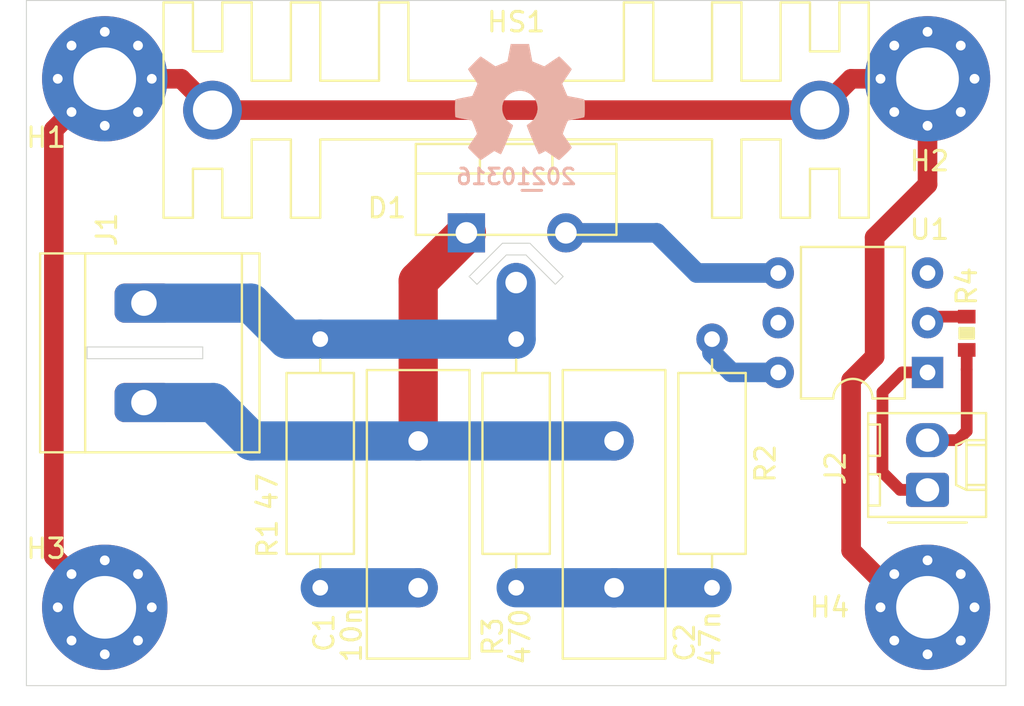
<source format=kicad_pcb>
(kicad_pcb (version 20171130) (host pcbnew 5.1.9-73d0e3b20d~88~ubuntu20.10.1)

  (general
    (thickness 1.6)
    (drawings 16)
    (tracks 46)
    (zones 0)
    (modules 17)
    (nets 13)
  )

  (page A4)
  (layers
    (0 F.Cu signal)
    (31 B.Cu signal)
    (32 B.Adhes user)
    (33 F.Adhes user)
    (34 B.Paste user)
    (35 F.Paste user)
    (36 B.SilkS user)
    (37 F.SilkS user)
    (38 B.Mask user)
    (39 F.Mask user)
    (40 Dwgs.User user)
    (41 Cmts.User user)
    (42 Eco1.User user)
    (43 Eco2.User user)
    (44 Edge.Cuts user)
    (45 Margin user)
    (46 B.CrtYd user)
    (47 F.CrtYd user)
    (48 B.Fab user)
    (49 F.Fab user)
  )

  (setup
    (last_trace_width 1)
    (user_trace_width 0.2)
    (user_trace_width 0.3)
    (user_trace_width 0.4)
    (user_trace_width 0.6)
    (user_trace_width 0.8)
    (user_trace_width 1)
    (user_trace_width 1.2)
    (user_trace_width 1.4)
    (user_trace_width 1.6)
    (user_trace_width 2)
    (trace_clearance 0.2)
    (zone_clearance 0.508)
    (zone_45_only no)
    (trace_min 0.1524)
    (via_size 0.8)
    (via_drill 0.4)
    (via_min_size 0.381)
    (via_min_drill 0.254)
    (user_via 0.4 0.254)
    (user_via 0.5 0.3)
    (user_via 0.6 0.4)
    (user_via 0.8 0.6)
    (user_via 1.1 0.8)
    (user_via 1.3 1)
    (user_via 1.5 1.2)
    (user_via 1.7 1.4)
    (user_via 1.9 1.6)
    (user_via 2.5 2)
    (uvia_size 0.3)
    (uvia_drill 0.1)
    (uvias_allowed no)
    (uvia_min_size 0.2)
    (uvia_min_drill 0.1)
    (edge_width 0.05)
    (segment_width 0.2)
    (pcb_text_width 0.3)
    (pcb_text_size 1.5 1.5)
    (mod_edge_width 0.12)
    (mod_text_size 0.8 0.8)
    (mod_text_width 0.12)
    (pad_size 1.524 1.524)
    (pad_drill 0.762)
    (pad_to_mask_clearance 0.0762)
    (solder_mask_min_width 0.1016)
    (pad_to_paste_clearance_ratio -0.1)
    (aux_axis_origin 0 0)
    (visible_elements FFFFFF7F)
    (pcbplotparams
      (layerselection 0x010fc_ffffffff)
      (usegerberextensions false)
      (usegerberattributes true)
      (usegerberadvancedattributes true)
      (creategerberjobfile true)
      (excludeedgelayer true)
      (linewidth 0.100000)
      (plotframeref false)
      (viasonmask false)
      (mode 1)
      (useauxorigin false)
      (hpglpennumber 1)
      (hpglpenspeed 20)
      (hpglpendiameter 15.000000)
      (psnegative false)
      (psa4output false)
      (plotreference true)
      (plotvalue true)
      (plotinvisibletext false)
      (padsonsilk false)
      (subtractmaskfromsilk false)
      (outputformat 1)
      (mirror false)
      (drillshape 1)
      (scaleselection 1)
      (outputdirectory ""))
  )

  (net 0 "")
  (net 1 "Net-(D1-Pad3)")
  (net 2 Earth)
  (net 3 "Net-(C1-Pad1)")
  (net 4 /LIVE)
  (net 5 /SWITCH)
  (net 6 /LED_C)
  (net 7 /LED_A)
  (net 8 "Net-(R2-Pad1)")
  (net 9 "Net-(R4-Pad1)")
  (net 10 "Net-(U1-Pad3)")
  (net 11 "Net-(U1-Pad5)")
  (net 12 "Net-(C2-Pad1)")

  (net_class Default "This is the default net class."
    (clearance 0.2)
    (trace_width 0.25)
    (via_dia 0.8)
    (via_drill 0.4)
    (uvia_dia 0.3)
    (uvia_drill 0.1)
    (add_net /LED_A)
    (add_net /LED_C)
    (add_net /LIVE)
    (add_net /SWITCH)
    (add_net Earth)
    (add_net "Net-(C1-Pad1)")
    (add_net "Net-(C2-Pad1)")
    (add_net "Net-(D1-Pad3)")
    (add_net "Net-(R2-Pad1)")
    (add_net "Net-(R4-Pad1)")
    (add_net "Net-(U1-Pad3)")
    (add_net "Net-(U1-Pad5)")
  )

  (module SquantorIC:TO-220-3_Vertical_stagger (layer F.Cu) (tedit 605260AB) (tstamp 60531BBC)
    (at 155 85.6)
    (descr "TO-220-3, Vertical, RM 2.54mm stagger all pins")
    (tags "TO-220-3 Vertical RM 2.54mm stagger")
    (path /60512F19)
    (fp_text reference D1 (at -6.6 0) (layer F.SilkS)
      (effects (font (size 1 1) (thickness 0.15)))
    )
    (fp_text value Q_TRIAC_A1A2G (at 0 2.5) (layer F.Fab)
      (effects (font (size 1 1) (thickness 0.15)))
    )
    (fp_text user %R (at 0 -4.27) (layer F.Fab)
      (effects (font (size 1 1) (thickness 0.15)))
    )
    (fp_line (start 5.25 -3.4) (end -5.25 -3.4) (layer F.CrtYd) (width 0.05))
    (fp_line (start 5.25 1.51) (end 5.25 -3.4) (layer F.CrtYd) (width 0.05))
    (fp_line (start -5.25 1.51) (end 5.25 1.51) (layer F.CrtYd) (width 0.05))
    (fp_line (start -5.25 -3.4) (end -5.25 1.51) (layer F.CrtYd) (width 0.05))
    (fp_line (start 1.851 -3.27) (end 1.851 -1.76) (layer F.SilkS) (width 0.12))
    (fp_line (start -1.85 -3.27) (end -1.85 -1.76) (layer F.SilkS) (width 0.12))
    (fp_line (start -5.12 -1.76) (end 5.12 -1.76) (layer F.SilkS) (width 0.12))
    (fp_line (start 5.12 -3.27) (end 5.12 1.371) (layer F.SilkS) (width 0.12))
    (fp_line (start -5.12 -3.27) (end -5.12 1.371) (layer F.SilkS) (width 0.12))
    (fp_line (start -5.12 1.371) (end 5.12 1.371) (layer F.SilkS) (width 0.12))
    (fp_line (start -5.12 -3.27) (end 5.12 -3.27) (layer F.SilkS) (width 0.12))
    (fp_line (start 1.85 -3.15) (end 1.85 -1.88) (layer F.Fab) (width 0.1))
    (fp_line (start -1.85 -3.15) (end -1.85 -1.88) (layer F.Fab) (width 0.1))
    (fp_line (start -5 -1.88) (end 5 -1.88) (layer F.Fab) (width 0.1))
    (fp_line (start 5 -3.15) (end -5 -3.15) (layer F.Fab) (width 0.1))
    (fp_line (start 5 1.25) (end 5 -3.15) (layer F.Fab) (width 0.1))
    (fp_line (start -5 1.25) (end 5 1.25) (layer F.Fab) (width 0.1))
    (fp_line (start -5 -3.15) (end -5 1.25) (layer F.Fab) (width 0.1))
    (pad 3 thru_hole oval (at 2.54 1.27) (size 1.905 2) (drill 1.1) (layers *.Cu *.Mask)
      (net 1 "Net-(D1-Pad3)"))
    (pad 2 thru_hole oval (at 0 3.81) (size 1.905 2) (drill 1.1) (layers *.Cu *.Mask)
      (net 4 /LIVE))
    (pad 1 thru_hole rect (at -2.54 1.27) (size 1.905 2) (drill 1.1) (layers *.Cu *.Mask)
      (net 5 /SWITCH))
    (model ${KISYS3DMOD}/Package_TO_SOT_THT.3dshapes/TO-220-3_Vertical.wrl
      (offset (xyz -2.54 0 0))
      (scale (xyz 1 1 1))
      (rotate (xyz 0 0 0))
    )
  )

  (module Package_DIP:DIP-6_W7.62mm (layer F.Cu) (tedit 5A02E8C5) (tstamp 6052CC22)
    (at 176 94 180)
    (descr "6-lead though-hole mounted DIP package, row spacing 7.62 mm (300 mils)")
    (tags "THT DIP DIL PDIP 2.54mm 7.62mm 300mil")
    (path /6054CA09)
    (fp_text reference U1 (at -0.1 7.3) (layer F.SilkS)
      (effects (font (size 1 1) (thickness 0.15)))
    )
    (fp_text value MOC3021M (at 3.81 7.41) (layer F.Fab)
      (effects (font (size 1 1) (thickness 0.15)))
    )
    (fp_text user %R (at 3.81 2.54) (layer F.Fab)
      (effects (font (size 1 1) (thickness 0.15)))
    )
    (fp_arc (start 3.81 -1.33) (end 2.81 -1.33) (angle -180) (layer F.SilkS) (width 0.12))
    (fp_line (start 1.635 -1.27) (end 6.985 -1.27) (layer F.Fab) (width 0.1))
    (fp_line (start 6.985 -1.27) (end 6.985 6.35) (layer F.Fab) (width 0.1))
    (fp_line (start 6.985 6.35) (end 0.635 6.35) (layer F.Fab) (width 0.1))
    (fp_line (start 0.635 6.35) (end 0.635 -0.27) (layer F.Fab) (width 0.1))
    (fp_line (start 0.635 -0.27) (end 1.635 -1.27) (layer F.Fab) (width 0.1))
    (fp_line (start 2.81 -1.33) (end 1.16 -1.33) (layer F.SilkS) (width 0.12))
    (fp_line (start 1.16 -1.33) (end 1.16 6.41) (layer F.SilkS) (width 0.12))
    (fp_line (start 1.16 6.41) (end 6.46 6.41) (layer F.SilkS) (width 0.12))
    (fp_line (start 6.46 6.41) (end 6.46 -1.33) (layer F.SilkS) (width 0.12))
    (fp_line (start 6.46 -1.33) (end 4.81 -1.33) (layer F.SilkS) (width 0.12))
    (fp_line (start -1.1 -1.55) (end -1.1 6.6) (layer F.CrtYd) (width 0.05))
    (fp_line (start -1.1 6.6) (end 8.7 6.6) (layer F.CrtYd) (width 0.05))
    (fp_line (start 8.7 6.6) (end 8.7 -1.55) (layer F.CrtYd) (width 0.05))
    (fp_line (start 8.7 -1.55) (end -1.1 -1.55) (layer F.CrtYd) (width 0.05))
    (pad 6 thru_hole oval (at 7.62 0 180) (size 1.6 1.6) (drill 0.8) (layers *.Cu *.Mask)
      (net 8 "Net-(R2-Pad1)"))
    (pad 3 thru_hole oval (at 0 5.08 180) (size 1.6 1.6) (drill 0.8) (layers *.Cu *.Mask)
      (net 10 "Net-(U1-Pad3)"))
    (pad 5 thru_hole oval (at 7.62 2.54 180) (size 1.6 1.6) (drill 0.8) (layers *.Cu *.Mask)
      (net 11 "Net-(U1-Pad5)"))
    (pad 2 thru_hole oval (at 0 2.54 180) (size 1.6 1.6) (drill 0.8) (layers *.Cu *.Mask)
      (net 9 "Net-(R4-Pad1)"))
    (pad 4 thru_hole oval (at 7.62 5.08 180) (size 1.6 1.6) (drill 0.8) (layers *.Cu *.Mask)
      (net 1 "Net-(D1-Pad3)"))
    (pad 1 thru_hole rect (at 0 0 180) (size 1.6 1.6) (drill 0.8) (layers *.Cu *.Mask)
      (net 7 /LED_A))
    (model ${KISYS3DMOD}/Package_DIP.3dshapes/DIP-6_W7.62mm.wrl
      (at (xyz 0 0 0))
      (scale (xyz 1 1 1))
      (rotate (xyz 0 0 0))
    )
  )

  (module SquantorRcl:R_0603_hand (layer F.Cu) (tedit 5D440259) (tstamp 6052CC08)
    (at 178 92 270)
    (descr "Resistor SMD 0603, reflow soldering, Vishay (see dcrcw.pdf)")
    (tags "resistor 0603")
    (path /6056E56E)
    (attr smd)
    (fp_text reference R4 (at -2.4 0 90) (layer F.SilkS)
      (effects (font (size 1 1) (thickness 0.15)))
    )
    (fp_text value 1K (at -2.4 0 90) (layer F.Fab)
      (effects (font (size 1 1) (thickness 0.15)))
    )
    (fp_line (start -0.8 0.4) (end -0.8 -0.4) (layer F.Fab) (width 0.1))
    (fp_line (start 0.8 0.4) (end -0.8 0.4) (layer F.Fab) (width 0.1))
    (fp_line (start 0.8 -0.4) (end 0.8 0.4) (layer F.Fab) (width 0.1))
    (fp_line (start -0.8 -0.4) (end 0.8 -0.4) (layer F.Fab) (width 0.1))
    (fp_line (start -1.45 -0.75) (end 1.45 -0.75) (layer F.CrtYd) (width 0.05))
    (fp_line (start -1.45 0.75) (end 1.45 0.75) (layer F.CrtYd) (width 0.05))
    (fp_line (start -1.45 -0.75) (end -1.45 0.75) (layer F.CrtYd) (width 0.05))
    (fp_line (start 1.45 -0.75) (end 1.45 0.75) (layer F.CrtYd) (width 0.05))
    (fp_line (start 0.25 -0.35) (end 0.25 0.35) (layer F.SilkS) (width 0.15))
    (fp_line (start -0.25 0.35) (end -0.25 -0.35) (layer F.SilkS) (width 0.15))
    (fp_line (start -0.25 -0.35) (end 0.25 -0.35) (layer F.SilkS) (width 0.15))
    (fp_line (start 0.25 0.35) (end -0.25 0.35) (layer F.SilkS) (width 0.15))
    (fp_line (start -0.1 0.35) (end -0.1 -0.35) (layer F.SilkS) (width 0.15))
    (fp_line (start -0.1 -0.35) (end 0.1 -0.35) (layer F.SilkS) (width 0.15))
    (fp_line (start 0.1 -0.35) (end 0.1 0.35) (layer F.SilkS) (width 0.15))
    (fp_line (start 0 0.35) (end 0 -0.35) (layer F.SilkS) (width 0.15))
    (pad 2 smd rect (at 0.85 0 270) (size 0.7 0.9) (layers F.Cu F.Paste F.Mask)
      (net 6 /LED_C))
    (pad 1 smd rect (at -0.85 0 270) (size 0.7 0.9) (layers F.Cu F.Paste F.Mask)
      (net 9 "Net-(R4-Pad1)"))
    (model ${KISYS3DMOD}/Resistor_SMD.3dshapes/R_0603_1608Metric.step
      (at (xyz 0 0 0))
      (scale (xyz 1 1 1))
      (rotate (xyz 0 0 0))
    )
  )

  (module Resistor_THT:R_Axial_DIN0309_L9.0mm_D3.2mm_P12.70mm_Horizontal (layer F.Cu) (tedit 5AE5139B) (tstamp 6052CBF2)
    (at 155 92.3 270)
    (descr "Resistor, Axial_DIN0309 series, Axial, Horizontal, pin pitch=12.7mm, 0.5W = 1/2W, length*diameter=9*3.2mm^2, http://cdn-reichelt.de/documents/datenblatt/B400/1_4W%23YAG.pdf")
    (tags "Resistor Axial_DIN0309 series Axial Horizontal pin pitch 12.7mm 0.5W = 1/2W length 9mm diameter 3.2mm")
    (path /605553A8)
    (fp_text reference R3 (at 15.2 1.2 90) (layer F.SilkS)
      (effects (font (size 1 1) (thickness 0.15)))
    )
    (fp_text value 470 (at 15.2 -0.2 90) (layer F.SilkS)
      (effects (font (size 1 1) (thickness 0.15)))
    )
    (fp_text user %R (at 6.35 0 90) (layer F.Fab)
      (effects (font (size 1 1) (thickness 0.15)))
    )
    (fp_line (start 1.85 -1.6) (end 1.85 1.6) (layer F.Fab) (width 0.1))
    (fp_line (start 1.85 1.6) (end 10.85 1.6) (layer F.Fab) (width 0.1))
    (fp_line (start 10.85 1.6) (end 10.85 -1.6) (layer F.Fab) (width 0.1))
    (fp_line (start 10.85 -1.6) (end 1.85 -1.6) (layer F.Fab) (width 0.1))
    (fp_line (start 0 0) (end 1.85 0) (layer F.Fab) (width 0.1))
    (fp_line (start 12.7 0) (end 10.85 0) (layer F.Fab) (width 0.1))
    (fp_line (start 1.73 -1.72) (end 1.73 1.72) (layer F.SilkS) (width 0.12))
    (fp_line (start 1.73 1.72) (end 10.97 1.72) (layer F.SilkS) (width 0.12))
    (fp_line (start 10.97 1.72) (end 10.97 -1.72) (layer F.SilkS) (width 0.12))
    (fp_line (start 10.97 -1.72) (end 1.73 -1.72) (layer F.SilkS) (width 0.12))
    (fp_line (start 1.04 0) (end 1.73 0) (layer F.SilkS) (width 0.12))
    (fp_line (start 11.66 0) (end 10.97 0) (layer F.SilkS) (width 0.12))
    (fp_line (start -1.05 -1.85) (end -1.05 1.85) (layer F.CrtYd) (width 0.05))
    (fp_line (start -1.05 1.85) (end 13.75 1.85) (layer F.CrtYd) (width 0.05))
    (fp_line (start 13.75 1.85) (end 13.75 -1.85) (layer F.CrtYd) (width 0.05))
    (fp_line (start 13.75 -1.85) (end -1.05 -1.85) (layer F.CrtYd) (width 0.05))
    (pad 2 thru_hole oval (at 12.7 0 270) (size 1.6 1.6) (drill 0.8) (layers *.Cu *.Mask)
      (net 12 "Net-(C2-Pad1)"))
    (pad 1 thru_hole circle (at 0 0 270) (size 1.6 1.6) (drill 0.8) (layers *.Cu *.Mask)
      (net 4 /LIVE))
    (model ${KISYS3DMOD}/Resistor_THT.3dshapes/R_Axial_DIN0309_L9.0mm_D3.2mm_P12.70mm_Horizontal.wrl
      (at (xyz 0 0 0))
      (scale (xyz 1 1 1))
      (rotate (xyz 0 0 0))
    )
  )

  (module Resistor_THT:R_Axial_DIN0309_L9.0mm_D3.2mm_P12.70mm_Horizontal (layer F.Cu) (tedit 5AE5139B) (tstamp 6052CBDB)
    (at 165 92.3 270)
    (descr "Resistor, Axial_DIN0309 series, Axial, Horizontal, pin pitch=12.7mm, 0.5W = 1/2W, length*diameter=9*3.2mm^2, http://cdn-reichelt.de/documents/datenblatt/B400/1_4W%23YAG.pdf")
    (tags "Resistor Axial_DIN0309 series Axial Horizontal pin pitch 12.7mm 0.5W = 1/2W length 9mm diameter 3.2mm")
    (path /60554608)
    (fp_text reference R2 (at 6.35 -2.72 90) (layer F.SilkS)
      (effects (font (size 1 1) (thickness 0.15)))
    )
    (fp_text value 330 (at 6.35 -4.2 90) (layer F.Fab)
      (effects (font (size 1 1) (thickness 0.15)))
    )
    (fp_text user %R (at 6.35 0 90) (layer F.Fab)
      (effects (font (size 1 1) (thickness 0.15)))
    )
    (fp_line (start 1.85 -1.6) (end 1.85 1.6) (layer F.Fab) (width 0.1))
    (fp_line (start 1.85 1.6) (end 10.85 1.6) (layer F.Fab) (width 0.1))
    (fp_line (start 10.85 1.6) (end 10.85 -1.6) (layer F.Fab) (width 0.1))
    (fp_line (start 10.85 -1.6) (end 1.85 -1.6) (layer F.Fab) (width 0.1))
    (fp_line (start 0 0) (end 1.85 0) (layer F.Fab) (width 0.1))
    (fp_line (start 12.7 0) (end 10.85 0) (layer F.Fab) (width 0.1))
    (fp_line (start 1.73 -1.72) (end 1.73 1.72) (layer F.SilkS) (width 0.12))
    (fp_line (start 1.73 1.72) (end 10.97 1.72) (layer F.SilkS) (width 0.12))
    (fp_line (start 10.97 1.72) (end 10.97 -1.72) (layer F.SilkS) (width 0.12))
    (fp_line (start 10.97 -1.72) (end 1.73 -1.72) (layer F.SilkS) (width 0.12))
    (fp_line (start 1.04 0) (end 1.73 0) (layer F.SilkS) (width 0.12))
    (fp_line (start 11.66 0) (end 10.97 0) (layer F.SilkS) (width 0.12))
    (fp_line (start -1.05 -1.85) (end -1.05 1.85) (layer F.CrtYd) (width 0.05))
    (fp_line (start -1.05 1.85) (end 13.75 1.85) (layer F.CrtYd) (width 0.05))
    (fp_line (start 13.75 1.85) (end 13.75 -1.85) (layer F.CrtYd) (width 0.05))
    (fp_line (start 13.75 -1.85) (end -1.05 -1.85) (layer F.CrtYd) (width 0.05))
    (pad 2 thru_hole oval (at 12.7 0 270) (size 1.6 1.6) (drill 0.8) (layers *.Cu *.Mask)
      (net 12 "Net-(C2-Pad1)"))
    (pad 1 thru_hole circle (at 0 0 270) (size 1.6 1.6) (drill 0.8) (layers *.Cu *.Mask)
      (net 8 "Net-(R2-Pad1)"))
    (model ${KISYS3DMOD}/Resistor_THT.3dshapes/R_Axial_DIN0309_L9.0mm_D3.2mm_P12.70mm_Horizontal.wrl
      (at (xyz 0 0 0))
      (scale (xyz 1 1 1))
      (rotate (xyz 0 0 0))
    )
  )

  (module Connector_Molex:Molex_KK-254_AE-6410-02A_1x02_P2.54mm_Vertical (layer F.Cu) (tedit 5EA53D3B) (tstamp 6052CB88)
    (at 176 100 90)
    (descr "Molex KK-254 Interconnect System, old/engineering part number: AE-6410-02A example for new part number: 22-27-2021, 2 Pins (http://www.molex.com/pdm_docs/sd/022272021_sd.pdf), generated with kicad-footprint-generator")
    (tags "connector Molex KK-254 vertical")
    (path /60563112)
    (fp_text reference J2 (at 1.1 -4.7 90) (layer F.SilkS)
      (effects (font (size 1 1) (thickness 0.15)))
    )
    (fp_text value Conn_01x02 (at 1.27 4.08 90) (layer F.Fab)
      (effects (font (size 1 1) (thickness 0.15)))
    )
    (fp_text user %R (at 1.27 -2.22 90) (layer F.Fab)
      (effects (font (size 1 1) (thickness 0.15)))
    )
    (fp_line (start -1.27 -2.92) (end -1.27 2.88) (layer F.Fab) (width 0.1))
    (fp_line (start -1.27 2.88) (end 3.81 2.88) (layer F.Fab) (width 0.1))
    (fp_line (start 3.81 2.88) (end 3.81 -2.92) (layer F.Fab) (width 0.1))
    (fp_line (start 3.81 -2.92) (end -1.27 -2.92) (layer F.Fab) (width 0.1))
    (fp_line (start -1.38 -3.03) (end -1.38 2.99) (layer F.SilkS) (width 0.12))
    (fp_line (start -1.38 2.99) (end 3.92 2.99) (layer F.SilkS) (width 0.12))
    (fp_line (start 3.92 2.99) (end 3.92 -3.03) (layer F.SilkS) (width 0.12))
    (fp_line (start 3.92 -3.03) (end -1.38 -3.03) (layer F.SilkS) (width 0.12))
    (fp_line (start -1.67 -2) (end -1.67 2) (layer F.SilkS) (width 0.12))
    (fp_line (start -1.27 -0.5) (end -0.562893 0) (layer F.Fab) (width 0.1))
    (fp_line (start -0.562893 0) (end -1.27 0.5) (layer F.Fab) (width 0.1))
    (fp_line (start 0 2.99) (end 0 1.99) (layer F.SilkS) (width 0.12))
    (fp_line (start 0 1.99) (end 2.54 1.99) (layer F.SilkS) (width 0.12))
    (fp_line (start 2.54 1.99) (end 2.54 2.99) (layer F.SilkS) (width 0.12))
    (fp_line (start 0 1.99) (end 0.25 1.46) (layer F.SilkS) (width 0.12))
    (fp_line (start 0.25 1.46) (end 2.29 1.46) (layer F.SilkS) (width 0.12))
    (fp_line (start 2.29 1.46) (end 2.54 1.99) (layer F.SilkS) (width 0.12))
    (fp_line (start 0.25 2.99) (end 0.25 1.99) (layer F.SilkS) (width 0.12))
    (fp_line (start 2.29 2.99) (end 2.29 1.99) (layer F.SilkS) (width 0.12))
    (fp_line (start -0.8 -3.03) (end -0.8 -2.43) (layer F.SilkS) (width 0.12))
    (fp_line (start -0.8 -2.43) (end 0.8 -2.43) (layer F.SilkS) (width 0.12))
    (fp_line (start 0.8 -2.43) (end 0.8 -3.03) (layer F.SilkS) (width 0.12))
    (fp_line (start 1.74 -3.03) (end 1.74 -2.43) (layer F.SilkS) (width 0.12))
    (fp_line (start 1.74 -2.43) (end 3.34 -2.43) (layer F.SilkS) (width 0.12))
    (fp_line (start 3.34 -2.43) (end 3.34 -3.03) (layer F.SilkS) (width 0.12))
    (fp_line (start -1.77 -3.42) (end -1.77 3.38) (layer F.CrtYd) (width 0.05))
    (fp_line (start -1.77 3.38) (end 4.31 3.38) (layer F.CrtYd) (width 0.05))
    (fp_line (start 4.31 3.38) (end 4.31 -3.42) (layer F.CrtYd) (width 0.05))
    (fp_line (start 4.31 -3.42) (end -1.77 -3.42) (layer F.CrtYd) (width 0.05))
    (pad 2 thru_hole oval (at 2.54 0 90) (size 1.74 2.19) (drill 1.19) (layers *.Cu *.Mask)
      (net 6 /LED_C))
    (pad 1 thru_hole roundrect (at 0 0 90) (size 1.74 2.19) (drill 1.19) (layers *.Cu *.Mask) (roundrect_rratio 0.143678)
      (net 7 /LED_A))
    (model ${KISYS3DMOD}/Connector_Molex.3dshapes/Molex_KK-254_AE-6410-02A_1x02_P2.54mm_Vertical.wrl
      (at (xyz 0 0 0))
      (scale (xyz 1 1 1))
      (rotate (xyz 0 0 0))
    )
  )

  (module Capacitor_THT:C_Disc_D14.5mm_W5.0mm_P7.50mm (layer F.Cu) (tedit 5AE50EF0) (tstamp 6052CA26)
    (at 160 105 90)
    (descr "C, Disc series, Radial, pin pitch=7.50mm, , diameter*width=14.5*5.0mm^2, Capacitor, http://www.vishay.com/docs/28535/vy2series.pdf")
    (tags "C Disc series Radial pin pitch 7.50mm  diameter 14.5mm width 5.0mm Capacitor")
    (path /6055B041)
    (fp_text reference C2 (at -2.8 3.6 90) (layer F.SilkS)
      (effects (font (size 1 1) (thickness 0.15)))
    )
    (fp_text value 47n (at -2.6 4.9 90) (layer F.SilkS)
      (effects (font (size 1 1) (thickness 0.15)))
    )
    (fp_text user %R (at 3.75 0 90) (layer F.Fab)
      (effects (font (size 1 1) (thickness 0.15)))
    )
    (fp_line (start -3.5 -2.5) (end -3.5 2.5) (layer F.Fab) (width 0.1))
    (fp_line (start -3.5 2.5) (end 11 2.5) (layer F.Fab) (width 0.1))
    (fp_line (start 11 2.5) (end 11 -2.5) (layer F.Fab) (width 0.1))
    (fp_line (start 11 -2.5) (end -3.5 -2.5) (layer F.Fab) (width 0.1))
    (fp_line (start -3.62 -2.62) (end 11.12 -2.62) (layer F.SilkS) (width 0.12))
    (fp_line (start -3.62 2.62) (end 11.12 2.62) (layer F.SilkS) (width 0.12))
    (fp_line (start -3.62 -2.62) (end -3.62 2.62) (layer F.SilkS) (width 0.12))
    (fp_line (start 11.12 -2.62) (end 11.12 2.62) (layer F.SilkS) (width 0.12))
    (fp_line (start -3.75 -2.75) (end -3.75 2.75) (layer F.CrtYd) (width 0.05))
    (fp_line (start -3.75 2.75) (end 11.25 2.75) (layer F.CrtYd) (width 0.05))
    (fp_line (start 11.25 2.75) (end 11.25 -2.75) (layer F.CrtYd) (width 0.05))
    (fp_line (start 11.25 -2.75) (end -3.75 -2.75) (layer F.CrtYd) (width 0.05))
    (pad 2 thru_hole circle (at 7.5 0 90) (size 2 2) (drill 1) (layers *.Cu *.Mask)
      (net 5 /SWITCH))
    (pad 1 thru_hole circle (at 0 0 90) (size 2 2) (drill 1) (layers *.Cu *.Mask)
      (net 12 "Net-(C2-Pad1)"))
    (model ${KISYS3DMOD}/Capacitor_THT.3dshapes/C_Disc_D14.5mm_W5.0mm_P7.50mm.wrl
      (at (xyz 0 0 0))
      (scale (xyz 1 1 1))
      (rotate (xyz 0 0 0))
    )
  )

  (module SquantorPhoenixContact:MKDS_2conn_508pitch_1711725 (layer F.Cu) (tedit 60524F92) (tstamp 6052C1F7)
    (at 136 93 270)
    (descr "Phoenix Contact 2 contact PCB terminal block - MKDS 3/ 2-5,08 - 1711725 ")
    (tags "PhoenixContact 2connections MKDS")
    (path /6053EF2C)
    (fp_text reference J1 (at -6.3 1.9 90) (layer F.SilkS)
      (effects (font (size 1 1) (thickness 0.15)))
    )
    (fp_text value Conn_01x02 (at 0 6.5 90) (layer F.Fab)
      (effects (font (size 1 1) (thickness 0.15)))
    )
    (fp_line (start -5.08 -5) (end 5.08 -5) (layer F.Fab) (width 0.12))
    (fp_line (start -5.08 3) (end 5.08 3) (layer F.Fab) (width 0.12))
    (fp_line (start -5.08 5.3) (end 5.08 5.3) (layer F.Fab) (width 0.12))
    (fp_line (start -5.08 -5.9) (end -5.08 5.3) (layer F.Fab) (width 0.12))
    (fp_line (start 5.08 -5.9) (end -5.08 -5.9) (layer F.Fab) (width 0.12))
    (fp_line (start 5.08 5.3) (end 5.08 -5.9) (layer F.Fab) (width 0.12))
    (fp_line (start 5.08 -5.9) (end -5.08 -5.9) (layer F.SilkS) (width 0.12))
    (fp_line (start -5.08 -5.9) (end -5.08 5.3) (layer F.SilkS) (width 0.12))
    (fp_line (start -5.08 -5) (end 5.08 -5) (layer F.SilkS) (width 0.12))
    (fp_line (start -5.08 3) (end 5.08 3) (layer F.SilkS) (width 0.12))
    (fp_line (start 5.08 5.3) (end 5.08 -5.9) (layer F.SilkS) (width 0.12))
    (fp_line (start -5.08 5.3) (end 5.08 5.3) (layer F.SilkS) (width 0.12))
    (pad 2 thru_hole roundrect (at 2.54 0 270) (size 2 3) (drill 1.3) (layers *.Cu *.Mask) (roundrect_rratio 0.25)
      (net 5 /SWITCH))
    (pad 1 thru_hole roundrect (at -2.54 0 270) (size 2 3) (drill 1.3) (layers *.Cu *.Mask) (roundrect_rratio 0.25)
      (net 4 /LIVE))
  )

  (module Resistor_THT:R_Axial_DIN0309_L9.0mm_D3.2mm_P12.70mm_Horizontal (layer F.Cu) (tedit 5AE5139B) (tstamp 6052BDD0)
    (at 145 92.3 270)
    (descr "Resistor, Axial_DIN0309 series, Axial, Horizontal, pin pitch=12.7mm, 0.5W = 1/2W, length*diameter=9*3.2mm^2, http://cdn-reichelt.de/documents/datenblatt/B400/1_4W%23YAG.pdf")
    (tags "Resistor Axial_DIN0309 series Axial Horizontal pin pitch 12.7mm 0.5W = 1/2W length 9mm diameter 3.2mm")
    (path /60527D06)
    (fp_text reference R1 (at 10.2 2.7 90) (layer F.SilkS)
      (effects (font (size 1 1) (thickness 0.15)))
    )
    (fp_text value 47 (at 7.8 2.7 90) (layer F.SilkS)
      (effects (font (size 1 1) (thickness 0.15)))
    )
    (fp_text user %R (at 6.35 0 90) (layer F.Fab)
      (effects (font (size 1 1) (thickness 0.15)))
    )
    (fp_line (start 1.85 -1.6) (end 1.85 1.6) (layer F.Fab) (width 0.1))
    (fp_line (start 1.85 1.6) (end 10.85 1.6) (layer F.Fab) (width 0.1))
    (fp_line (start 10.85 1.6) (end 10.85 -1.6) (layer F.Fab) (width 0.1))
    (fp_line (start 10.85 -1.6) (end 1.85 -1.6) (layer F.Fab) (width 0.1))
    (fp_line (start 0 0) (end 1.85 0) (layer F.Fab) (width 0.1))
    (fp_line (start 12.7 0) (end 10.85 0) (layer F.Fab) (width 0.1))
    (fp_line (start 1.73 -1.72) (end 1.73 1.72) (layer F.SilkS) (width 0.12))
    (fp_line (start 1.73 1.72) (end 10.97 1.72) (layer F.SilkS) (width 0.12))
    (fp_line (start 10.97 1.72) (end 10.97 -1.72) (layer F.SilkS) (width 0.12))
    (fp_line (start 10.97 -1.72) (end 1.73 -1.72) (layer F.SilkS) (width 0.12))
    (fp_line (start 1.04 0) (end 1.73 0) (layer F.SilkS) (width 0.12))
    (fp_line (start 11.66 0) (end 10.97 0) (layer F.SilkS) (width 0.12))
    (fp_line (start -1.05 -1.85) (end -1.05 1.85) (layer F.CrtYd) (width 0.05))
    (fp_line (start -1.05 1.85) (end 13.75 1.85) (layer F.CrtYd) (width 0.05))
    (fp_line (start 13.75 1.85) (end 13.75 -1.85) (layer F.CrtYd) (width 0.05))
    (fp_line (start 13.75 -1.85) (end -1.05 -1.85) (layer F.CrtYd) (width 0.05))
    (pad 2 thru_hole oval (at 12.7 0 270) (size 1.6 1.6) (drill 0.8) (layers *.Cu *.Mask)
      (net 3 "Net-(C1-Pad1)"))
    (pad 1 thru_hole circle (at 0 0 270) (size 1.6 1.6) (drill 0.8) (layers *.Cu *.Mask)
      (net 4 /LIVE))
    (model ${KISYS3DMOD}/Resistor_THT.3dshapes/R_Axial_DIN0309_L9.0mm_D3.2mm_P12.70mm_Horizontal.wrl
      (at (xyz 0 0 0))
      (scale (xyz 1 1 1))
      (rotate (xyz 0 0 0))
    )
  )

  (module Capacitor_THT:C_Disc_D14.5mm_W5.0mm_P7.50mm (layer F.Cu) (tedit 5AE50EF0) (tstamp 6052BC7A)
    (at 150 105 90)
    (descr "C, Disc series, Radial, pin pitch=7.50mm, , diameter*width=14.5*5.0mm^2, Capacitor, http://www.vishay.com/docs/28535/vy2series.pdf")
    (tags "C Disc series Radial pin pitch 7.50mm  diameter 14.5mm width 5.0mm Capacitor")
    (path /60534759)
    (fp_text reference C1 (at -2.3 -4.8 90) (layer F.SilkS)
      (effects (font (size 1 1) (thickness 0.15)))
    )
    (fp_text value 10n (at -2.4 -3.4 90) (layer F.SilkS)
      (effects (font (size 1 1) (thickness 0.15)))
    )
    (fp_text user %R (at 3.75 0 90) (layer F.Fab)
      (effects (font (size 1 1) (thickness 0.15)))
    )
    (fp_line (start -3.5 -2.5) (end -3.5 2.5) (layer F.Fab) (width 0.1))
    (fp_line (start -3.5 2.5) (end 11 2.5) (layer F.Fab) (width 0.1))
    (fp_line (start 11 2.5) (end 11 -2.5) (layer F.Fab) (width 0.1))
    (fp_line (start 11 -2.5) (end -3.5 -2.5) (layer F.Fab) (width 0.1))
    (fp_line (start -3.62 -2.62) (end 11.12 -2.62) (layer F.SilkS) (width 0.12))
    (fp_line (start -3.62 2.62) (end 11.12 2.62) (layer F.SilkS) (width 0.12))
    (fp_line (start -3.62 -2.62) (end -3.62 2.62) (layer F.SilkS) (width 0.12))
    (fp_line (start 11.12 -2.62) (end 11.12 2.62) (layer F.SilkS) (width 0.12))
    (fp_line (start -3.75 -2.75) (end -3.75 2.75) (layer F.CrtYd) (width 0.05))
    (fp_line (start -3.75 2.75) (end 11.25 2.75) (layer F.CrtYd) (width 0.05))
    (fp_line (start 11.25 2.75) (end 11.25 -2.75) (layer F.CrtYd) (width 0.05))
    (fp_line (start 11.25 -2.75) (end -3.75 -2.75) (layer F.CrtYd) (width 0.05))
    (pad 2 thru_hole circle (at 7.5 0 90) (size 2 2) (drill 1) (layers *.Cu *.Mask)
      (net 5 /SWITCH))
    (pad 1 thru_hole circle (at 0 0 90) (size 2 2) (drill 1) (layers *.Cu *.Mask)
      (net 3 "Net-(C1-Pad1)"))
    (model ${KISYS3DMOD}/Capacitor_THT.3dshapes/C_Disc_D14.5mm_W5.0mm_P7.50mm.wrl
      (at (xyz 0 0 0))
      (scale (xyz 1 1 1))
      (rotate (xyz 0 0 0))
    )
  )

  (module MountingHole:MountingHole_3.2mm_M3_Pad_Via (layer F.Cu) (tedit 56DDBCCA) (tstamp 6051A860)
    (at 176 106)
    (descr "Mounting Hole 3.2mm, M3")
    (tags "mounting hole 3.2mm m3")
    (path /6051D190)
    (attr virtual)
    (fp_text reference H4 (at -5 0) (layer F.SilkS)
      (effects (font (size 1 1) (thickness 0.15)))
    )
    (fp_text value M3 (at -5 0) (layer F.Fab)
      (effects (font (size 1 1) (thickness 0.15)))
    )
    (fp_circle (center 0 0) (end 3.45 0) (layer F.CrtYd) (width 0.05))
    (fp_circle (center 0 0) (end 3.2 0) (layer Cmts.User) (width 0.15))
    (fp_text user %R (at 0.3 0) (layer F.Fab)
      (effects (font (size 1 1) (thickness 0.15)))
    )
    (pad 1 thru_hole circle (at 1.697056 -1.697056) (size 0.8 0.8) (drill 0.5) (layers *.Cu *.Mask)
      (net 2 Earth))
    (pad 1 thru_hole circle (at 0 -2.4) (size 0.8 0.8) (drill 0.5) (layers *.Cu *.Mask)
      (net 2 Earth))
    (pad 1 thru_hole circle (at -1.697056 -1.697056) (size 0.8 0.8) (drill 0.5) (layers *.Cu *.Mask)
      (net 2 Earth))
    (pad 1 thru_hole circle (at -2.4 0) (size 0.8 0.8) (drill 0.5) (layers *.Cu *.Mask)
      (net 2 Earth))
    (pad 1 thru_hole circle (at -1.697056 1.697056) (size 0.8 0.8) (drill 0.5) (layers *.Cu *.Mask)
      (net 2 Earth))
    (pad 1 thru_hole circle (at 0 2.4) (size 0.8 0.8) (drill 0.5) (layers *.Cu *.Mask)
      (net 2 Earth))
    (pad 1 thru_hole circle (at 1.697056 1.697056) (size 0.8 0.8) (drill 0.5) (layers *.Cu *.Mask)
      (net 2 Earth))
    (pad 1 thru_hole circle (at 2.4 0) (size 0.8 0.8) (drill 0.5) (layers *.Cu *.Mask)
      (net 2 Earth))
    (pad 1 thru_hole circle (at 0 0) (size 6.4 6.4) (drill 3.2) (layers *.Cu *.Mask)
      (net 2 Earth))
  )

  (module MountingHole:MountingHole_3.2mm_M3_Pad_Via (layer F.Cu) (tedit 56DDBCCA) (tstamp 6051A554)
    (at 134 106)
    (descr "Mounting Hole 3.2mm, M3")
    (tags "mounting hole 3.2mm m3")
    (path /605196FE)
    (attr virtual)
    (fp_text reference H3 (at -3 -3) (layer F.SilkS)
      (effects (font (size 1 1) (thickness 0.15)))
    )
    (fp_text value M3 (at 0 4.2) (layer F.Fab)
      (effects (font (size 1 1) (thickness 0.15)))
    )
    (fp_circle (center 0 0) (end 3.45 0) (layer F.CrtYd) (width 0.05))
    (fp_circle (center 0 0) (end 3.2 0) (layer Cmts.User) (width 0.15))
    (fp_text user %R (at 0.3 0) (layer F.Fab)
      (effects (font (size 1 1) (thickness 0.15)))
    )
    (pad 1 thru_hole circle (at 1.697056 -1.697056) (size 0.8 0.8) (drill 0.5) (layers *.Cu *.Mask)
      (net 2 Earth))
    (pad 1 thru_hole circle (at 0 -2.4) (size 0.8 0.8) (drill 0.5) (layers *.Cu *.Mask)
      (net 2 Earth))
    (pad 1 thru_hole circle (at -1.697056 -1.697056) (size 0.8 0.8) (drill 0.5) (layers *.Cu *.Mask)
      (net 2 Earth))
    (pad 1 thru_hole circle (at -2.4 0) (size 0.8 0.8) (drill 0.5) (layers *.Cu *.Mask)
      (net 2 Earth))
    (pad 1 thru_hole circle (at -1.697056 1.697056) (size 0.8 0.8) (drill 0.5) (layers *.Cu *.Mask)
      (net 2 Earth))
    (pad 1 thru_hole circle (at 0 2.4) (size 0.8 0.8) (drill 0.5) (layers *.Cu *.Mask)
      (net 2 Earth))
    (pad 1 thru_hole circle (at 1.697056 1.697056) (size 0.8 0.8) (drill 0.5) (layers *.Cu *.Mask)
      (net 2 Earth))
    (pad 1 thru_hole circle (at 2.4 0) (size 0.8 0.8) (drill 0.5) (layers *.Cu *.Mask)
      (net 2 Earth))
    (pad 1 thru_hole circle (at 0 0) (size 6.4 6.4) (drill 3.2) (layers *.Cu *.Mask)
      (net 2 Earth))
  )

  (module MountingHole:MountingHole_3.2mm_M3_Pad_Via (layer F.Cu) (tedit 56DDBCCA) (tstamp 6051A544)
    (at 176 79)
    (descr "Mounting Hole 3.2mm, M3")
    (tags "mounting hole 3.2mm m3")
    (path /6051928A)
    (attr virtual)
    (fp_text reference H2 (at 0.1 4.2) (layer F.SilkS)
      (effects (font (size 1 1) (thickness 0.15)))
    )
    (fp_text value M3 (at 0 4.2) (layer F.Fab)
      (effects (font (size 1 1) (thickness 0.15)))
    )
    (fp_circle (center 0 0) (end 3.45 0) (layer F.CrtYd) (width 0.05))
    (fp_circle (center 0 0) (end 3.2 0) (layer Cmts.User) (width 0.15))
    (fp_text user %R (at 0.3 0) (layer F.Fab)
      (effects (font (size 1 1) (thickness 0.15)))
    )
    (pad 1 thru_hole circle (at 1.697056 -1.697056) (size 0.8 0.8) (drill 0.5) (layers *.Cu *.Mask)
      (net 2 Earth))
    (pad 1 thru_hole circle (at 0 -2.4) (size 0.8 0.8) (drill 0.5) (layers *.Cu *.Mask)
      (net 2 Earth))
    (pad 1 thru_hole circle (at -1.697056 -1.697056) (size 0.8 0.8) (drill 0.5) (layers *.Cu *.Mask)
      (net 2 Earth))
    (pad 1 thru_hole circle (at -2.4 0) (size 0.8 0.8) (drill 0.5) (layers *.Cu *.Mask)
      (net 2 Earth))
    (pad 1 thru_hole circle (at -1.697056 1.697056) (size 0.8 0.8) (drill 0.5) (layers *.Cu *.Mask)
      (net 2 Earth))
    (pad 1 thru_hole circle (at 0 2.4) (size 0.8 0.8) (drill 0.5) (layers *.Cu *.Mask)
      (net 2 Earth))
    (pad 1 thru_hole circle (at 1.697056 1.697056) (size 0.8 0.8) (drill 0.5) (layers *.Cu *.Mask)
      (net 2 Earth))
    (pad 1 thru_hole circle (at 2.4 0) (size 0.8 0.8) (drill 0.5) (layers *.Cu *.Mask)
      (net 2 Earth))
    (pad 1 thru_hole circle (at 0 0) (size 6.4 6.4) (drill 3.2) (layers *.Cu *.Mask)
      (net 2 Earth))
  )

  (module MountingHole:MountingHole_3.2mm_M3_Pad_Via (layer F.Cu) (tedit 56DDBCCA) (tstamp 6051A534)
    (at 134 79)
    (descr "Mounting Hole 3.2mm, M3")
    (tags "mounting hole 3.2mm m3")
    (path /605166AC)
    (attr virtual)
    (fp_text reference H1 (at -3 3) (layer F.SilkS)
      (effects (font (size 1 1) (thickness 0.15)))
    )
    (fp_text value M3 (at 0 4.2) (layer F.Fab)
      (effects (font (size 1 1) (thickness 0.15)))
    )
    (fp_circle (center 0 0) (end 3.45 0) (layer F.CrtYd) (width 0.05))
    (fp_circle (center 0 0) (end 3.2 0) (layer Cmts.User) (width 0.15))
    (fp_text user %R (at 0.3 0) (layer F.Fab)
      (effects (font (size 1 1) (thickness 0.15)))
    )
    (pad 1 thru_hole circle (at 1.697056 -1.697056) (size 0.8 0.8) (drill 0.5) (layers *.Cu *.Mask)
      (net 2 Earth))
    (pad 1 thru_hole circle (at 0 -2.4) (size 0.8 0.8) (drill 0.5) (layers *.Cu *.Mask)
      (net 2 Earth))
    (pad 1 thru_hole circle (at -1.697056 -1.697056) (size 0.8 0.8) (drill 0.5) (layers *.Cu *.Mask)
      (net 2 Earth))
    (pad 1 thru_hole circle (at -2.4 0) (size 0.8 0.8) (drill 0.5) (layers *.Cu *.Mask)
      (net 2 Earth))
    (pad 1 thru_hole circle (at -1.697056 1.697056) (size 0.8 0.8) (drill 0.5) (layers *.Cu *.Mask)
      (net 2 Earth))
    (pad 1 thru_hole circle (at 0 2.4) (size 0.8 0.8) (drill 0.5) (layers *.Cu *.Mask)
      (net 2 Earth))
    (pad 1 thru_hole circle (at 1.697056 1.697056) (size 0.8 0.8) (drill 0.5) (layers *.Cu *.Mask)
      (net 2 Earth))
    (pad 1 thru_hole circle (at 2.4 0) (size 0.8 0.8) (drill 0.5) (layers *.Cu *.Mask)
      (net 2 Earth))
    (pad 1 thru_hole circle (at 0 0) (size 6.4 6.4) (drill 3.2) (layers *.Cu *.Mask)
      (net 2 Earth))
  )

  (module SquantorHeatsink:XSD683-022 (layer F.Cu) (tedit 6051312D) (tstamp 6052FA04)
    (at 155 80.6)
    (descr "Heatsink XSD683-022 35*11*25mm")
    (tags "Heatsink XSD683-022")
    (path /605140D5)
    (fp_text reference HS1 (at 0 -4.5) (layer F.SilkS)
      (effects (font (size 1 1) (thickness 0.15)))
    )
    (fp_text value XSD683-022 (at 0 3.6) (layer F.Fab)
      (effects (font (size 1 1) (thickness 0.15)))
    )
    (fp_line (start 13.5 1.5) (end 11.5 1.5) (layer F.SilkS) (width 0.12))
    (fp_line (start 18 5.5) (end 16.5 5.5) (layer F.SilkS) (width 0.12))
    (fp_line (start 15 3) (end 15 5.5) (layer F.SilkS) (width 0.12))
    (fp_line (start 16.5 3) (end 15 3) (layer F.SilkS) (width 0.12))
    (fp_line (start 13.5 5.5) (end 13.5 1.5) (layer F.SilkS) (width 0.12))
    (fp_line (start 16.5 5.5) (end 16.5 3) (layer F.SilkS) (width 0.12))
    (fp_line (start 15 5.5) (end 13.5 5.5) (layer F.SilkS) (width 0.12))
    (fp_line (start 15 -5.5) (end 15 -3) (layer F.SilkS) (width 0.12))
    (fp_line (start 16.5 -3) (end 16.5 -5.5) (layer F.SilkS) (width 0.12))
    (fp_line (start 13.5 -1.5) (end 13.5 -5.5) (layer F.SilkS) (width 0.12))
    (fp_line (start 16.5 -5.5) (end 18 -5.5) (layer F.SilkS) (width 0.12))
    (fp_line (start 13.5 -5.5) (end 15 -5.5) (layer F.SilkS) (width 0.12))
    (fp_line (start 15 -3) (end 16.5 -3) (layer F.SilkS) (width 0.12))
    (fp_line (start 13.5 -1.5) (end 11.5 -1.5) (layer F.SilkS) (width 0.12))
    (fp_line (start 11.5 -5.5) (end 10 -5.5) (layer F.SilkS) (width 0.12))
    (fp_line (start 11.5 -1.5) (end 11.5 -5.5) (layer F.SilkS) (width 0.12))
    (fp_line (start 10 -5.5) (end 10 -1.5) (layer F.SilkS) (width 0.12))
    (fp_line (start 10 -1.5) (end 7 -1.5) (layer F.SilkS) (width 0.12))
    (fp_line (start 11.5 5.5) (end 10 5.5) (layer F.SilkS) (width 0.12))
    (fp_line (start 11.5 1.5) (end 11.5 5.5) (layer F.SilkS) (width 0.12))
    (fp_line (start 10 5.5) (end 10 1.5) (layer F.SilkS) (width 0.12))
    (fp_line (start 5.5 -5.5) (end 5.5 -1.5) (layer F.SilkS) (width 0.12))
    (fp_line (start 7 -1.5) (end 7 -5.5) (layer F.SilkS) (width 0.12))
    (fp_line (start 7 -5.5) (end 5.5 -5.5) (layer F.SilkS) (width 0.12))
    (fp_line (start -13.5 1.5) (end -11.5 1.5) (layer F.SilkS) (width 0.12))
    (fp_line (start -13.5 5.5) (end -13.5 1.5) (layer F.SilkS) (width 0.12))
    (fp_line (start -15 5.5) (end -13.5 5.5) (layer F.SilkS) (width 0.12))
    (fp_line (start -15 3) (end -15 5.5) (layer F.SilkS) (width 0.12))
    (fp_line (start -16.5 3) (end -15 3) (layer F.SilkS) (width 0.12))
    (fp_line (start -16.5 5.5) (end -16.5 3) (layer F.SilkS) (width 0.12))
    (fp_line (start -18 5.5) (end -16.5 5.5) (layer F.SilkS) (width 0.12))
    (fp_line (start -16.5 -5.5) (end -18 -5.5) (layer F.SilkS) (width 0.12))
    (fp_line (start -16.5 -3) (end -16.5 -5.5) (layer F.SilkS) (width 0.12))
    (fp_line (start -15 -3) (end -16.5 -3) (layer F.SilkS) (width 0.12))
    (fp_line (start 18 -5.5) (end 18 5.5) (layer F.SilkS) (width 0.12))
    (fp_line (start -18 -5.5) (end -18 5.5) (layer F.SilkS) (width 0.12))
    (fp_line (start -15 -5.5) (end -15 -3) (layer F.SilkS) (width 0.12))
    (fp_line (start -13.5 -5.5) (end -15 -5.5) (layer F.SilkS) (width 0.12))
    (fp_line (start -13.5 -1.5) (end -13.5 -5.5) (layer F.SilkS) (width 0.12))
    (fp_line (start -11.5 -1.5) (end -13.5 -1.5) (layer F.SilkS) (width 0.12))
    (fp_line (start -11.5 5.5) (end -11.5 1.5) (layer F.SilkS) (width 0.12))
    (fp_line (start -10 5.5) (end -11.5 5.5) (layer F.SilkS) (width 0.12))
    (fp_line (start -10 1.5) (end -10 5.5) (layer F.SilkS) (width 0.12))
    (fp_line (start -11.5 -5.5) (end -11.5 -1.5) (layer F.SilkS) (width 0.12))
    (fp_line (start -10 -5.5) (end -11.5 -5.5) (layer F.SilkS) (width 0.12))
    (fp_line (start -10 -1.5) (end -10 -5.5) (layer F.SilkS) (width 0.12))
    (fp_line (start -7 -1.5) (end -10 -1.5) (layer F.SilkS) (width 0.12))
    (fp_line (start -7 -5.5) (end -7 -1.5) (layer F.SilkS) (width 0.12))
    (fp_line (start -5.5 -5.5) (end -7 -5.5) (layer F.SilkS) (width 0.12))
    (fp_line (start -5.5 -1.5) (end -5.5 -5.5) (layer F.SilkS) (width 0.12))
    (fp_line (start 10 1.5) (end -10 1.5) (layer F.SilkS) (width 0.12))
    (fp_line (start -5.5 -1.5) (end 5.5 -1.5) (layer F.SilkS) (width 0.12))
    (pad 2 thru_hole circle (at 15.5 0) (size 3 3) (drill 2) (layers *.Cu *.Mask)
      (net 2 Earth))
    (pad 1 thru_hole circle (at -15.5 0) (size 3 3) (drill 2) (layers *.Cu *.Mask)
      (net 2 Earth))
  )

  (module Symbol:OSHW-Symbol_6.7x6mm_SilkScreen (layer B.Cu) (tedit 0) (tstamp 5EE12086)
    (at 155.2 80.2 180)
    (descr "Open Source Hardware Symbol")
    (tags "Logo Symbol OSHW")
    (path /5EE13678)
    (attr virtual)
    (fp_text reference N2 (at 0 0) (layer B.SilkS) hide
      (effects (font (size 1 1) (thickness 0.15)) (justify mirror))
    )
    (fp_text value OHWLOGO (at 0.75 0) (layer B.Fab) hide
      (effects (font (size 1 1) (thickness 0.15)) (justify mirror))
    )
    (fp_poly (pts (xy 0.555814 2.531069) (xy 0.639635 2.086445) (xy 0.94892 1.958947) (xy 1.258206 1.831449)
      (xy 1.629246 2.083754) (xy 1.733157 2.154004) (xy 1.827087 2.216728) (xy 1.906652 2.269062)
      (xy 1.96747 2.308143) (xy 2.005157 2.331107) (xy 2.015421 2.336058) (xy 2.03391 2.323324)
      (xy 2.07342 2.288118) (xy 2.129522 2.234938) (xy 2.197787 2.168282) (xy 2.273786 2.092646)
      (xy 2.353092 2.012528) (xy 2.431275 1.932426) (xy 2.503907 1.856836) (xy 2.566559 1.790255)
      (xy 2.614803 1.737182) (xy 2.64421 1.702113) (xy 2.651241 1.690377) (xy 2.641123 1.66874)
      (xy 2.612759 1.621338) (xy 2.569129 1.552807) (xy 2.513218 1.467785) (xy 2.448006 1.370907)
      (xy 2.410219 1.31565) (xy 2.341343 1.214752) (xy 2.28014 1.123701) (xy 2.229578 1.04703)
      (xy 2.192628 0.989272) (xy 2.172258 0.954957) (xy 2.169197 0.947746) (xy 2.176136 0.927252)
      (xy 2.195051 0.879487) (xy 2.223087 0.811168) (xy 2.257391 0.729011) (xy 2.295109 0.63973)
      (xy 2.333387 0.550042) (xy 2.36937 0.466662) (xy 2.400206 0.396306) (xy 2.423039 0.34569)
      (xy 2.435017 0.321529) (xy 2.435724 0.320578) (xy 2.454531 0.315964) (xy 2.504618 0.305672)
      (xy 2.580793 0.290713) (xy 2.677865 0.272099) (xy 2.790643 0.250841) (xy 2.856442 0.238582)
      (xy 2.97695 0.215638) (xy 3.085797 0.193805) (xy 3.177476 0.174278) (xy 3.246481 0.158252)
      (xy 3.287304 0.146921) (xy 3.295511 0.143326) (xy 3.303548 0.118994) (xy 3.310033 0.064041)
      (xy 3.31497 -0.015108) (xy 3.318364 -0.112026) (xy 3.320218 -0.220287) (xy 3.320538 -0.333465)
      (xy 3.319327 -0.445135) (xy 3.31659 -0.548868) (xy 3.312331 -0.638241) (xy 3.306555 -0.706826)
      (xy 3.299267 -0.748197) (xy 3.294895 -0.75681) (xy 3.268764 -0.767133) (xy 3.213393 -0.781892)
      (xy 3.136107 -0.799352) (xy 3.04423 -0.81778) (xy 3.012158 -0.823741) (xy 2.857524 -0.852066)
      (xy 2.735375 -0.874876) (xy 2.641673 -0.89308) (xy 2.572384 -0.907583) (xy 2.523471 -0.919292)
      (xy 2.490897 -0.929115) (xy 2.470628 -0.937956) (xy 2.458626 -0.946724) (xy 2.456947 -0.948457)
      (xy 2.440184 -0.976371) (xy 2.414614 -1.030695) (xy 2.382788 -1.104777) (xy 2.34726 -1.191965)
      (xy 2.310583 -1.285608) (xy 2.275311 -1.379052) (xy 2.243996 -1.465647) (xy 2.219193 -1.53874)
      (xy 2.203454 -1.591678) (xy 2.199332 -1.617811) (xy 2.199676 -1.618726) (xy 2.213641 -1.640086)
      (xy 2.245322 -1.687084) (xy 2.291391 -1.754827) (xy 2.348518 -1.838423) (xy 2.413373 -1.932982)
      (xy 2.431843 -1.959854) (xy 2.497699 -2.057275) (xy 2.55565 -2.146163) (xy 2.602538 -2.221412)
      (xy 2.635207 -2.27792) (xy 2.6505 -2.310581) (xy 2.651241 -2.314593) (xy 2.638392 -2.335684)
      (xy 2.602888 -2.377464) (xy 2.549293 -2.435445) (xy 2.482171 -2.505135) (xy 2.406087 -2.582045)
      (xy 2.325604 -2.661683) (xy 2.245287 -2.739561) (xy 2.169699 -2.811186) (xy 2.103405 -2.87207)
      (xy 2.050969 -2.917721) (xy 2.016955 -2.94365) (xy 2.007545 -2.947883) (xy 1.985643 -2.937912)
      (xy 1.9408 -2.91102) (xy 1.880321 -2.871736) (xy 1.833789 -2.840117) (xy 1.749475 -2.782098)
      (xy 1.649626 -2.713784) (xy 1.549473 -2.645579) (xy 1.495627 -2.609075) (xy 1.313371 -2.4858)
      (xy 1.160381 -2.56852) (xy 1.090682 -2.604759) (xy 1.031414 -2.632926) (xy 0.991311 -2.648991)
      (xy 0.981103 -2.651226) (xy 0.968829 -2.634722) (xy 0.944613 -2.588082) (xy 0.910263 -2.515609)
      (xy 0.867588 -2.421606) (xy 0.818394 -2.310374) (xy 0.76449 -2.186215) (xy 0.707684 -2.053432)
      (xy 0.649782 -1.916327) (xy 0.592593 -1.779202) (xy 0.537924 -1.646358) (xy 0.487584 -1.522098)
      (xy 0.44338 -1.410725) (xy 0.407119 -1.316539) (xy 0.380609 -1.243844) (xy 0.365658 -1.196941)
      (xy 0.363254 -1.180833) (xy 0.382311 -1.160286) (xy 0.424036 -1.126933) (xy 0.479706 -1.087702)
      (xy 0.484378 -1.084599) (xy 0.628264 -0.969423) (xy 0.744283 -0.835053) (xy 0.83143 -0.685784)
      (xy 0.888699 -0.525913) (xy 0.915086 -0.359737) (xy 0.909585 -0.191552) (xy 0.87119 -0.025655)
      (xy 0.798895 0.133658) (xy 0.777626 0.168513) (xy 0.666996 0.309263) (xy 0.536302 0.422286)
      (xy 0.390064 0.506997) (xy 0.232808 0.562806) (xy 0.069057 0.589126) (xy -0.096667 0.58537)
      (xy -0.259838 0.55095) (xy -0.415935 0.485277) (xy -0.560433 0.387765) (xy -0.605131 0.348187)
      (xy -0.718888 0.224297) (xy -0.801782 0.093876) (xy -0.858644 -0.052315) (xy -0.890313 -0.197088)
      (xy -0.898131 -0.35986) (xy -0.872062 -0.52344) (xy -0.814755 -0.682298) (xy -0.728856 -0.830906)
      (xy -0.617014 -0.963735) (xy -0.481877 -1.075256) (xy -0.464117 -1.087011) (xy -0.40785 -1.125508)
      (xy -0.365077 -1.158863) (xy -0.344628 -1.18016) (xy -0.344331 -1.180833) (xy -0.348721 -1.203871)
      (xy -0.366124 -1.256157) (xy -0.394732 -1.33339) (xy -0.432735 -1.431268) (xy -0.478326 -1.545491)
      (xy -0.529697 -1.671758) (xy -0.585038 -1.805767) (xy -0.642542 -1.943218) (xy -0.700399 -2.079808)
      (xy -0.756802 -2.211237) (xy -0.809942 -2.333205) (xy -0.85801 -2.441409) (xy -0.899199 -2.531549)
      (xy -0.931699 -2.599323) (xy -0.953703 -2.64043) (xy -0.962564 -2.651226) (xy -0.98964 -2.642819)
      (xy -1.040303 -2.620272) (xy -1.105817 -2.587613) (xy -1.141841 -2.56852) (xy -1.294832 -2.4858)
      (xy -1.477088 -2.609075) (xy -1.570125 -2.672228) (xy -1.671985 -2.741727) (xy -1.767438 -2.807165)
      (xy -1.81525 -2.840117) (xy -1.882495 -2.885273) (xy -1.939436 -2.921057) (xy -1.978646 -2.942938)
      (xy -1.991381 -2.947563) (xy -2.009917 -2.935085) (xy -2.050941 -2.900252) (xy -2.110475 -2.846678)
      (xy -2.184542 -2.777983) (xy -2.269165 -2.697781) (xy -2.322685 -2.646286) (xy -2.416319 -2.554286)
      (xy -2.497241 -2.471999) (xy -2.562177 -2.402945) (xy -2.607858 -2.350644) (xy -2.631011 -2.318616)
      (xy -2.633232 -2.312116) (xy -2.622924 -2.287394) (xy -2.594439 -2.237405) (xy -2.550937 -2.167212)
      (xy -2.495577 -2.081875) (xy -2.43152 -1.986456) (xy -2.413303 -1.959854) (xy -2.346927 -1.863167)
      (xy -2.287378 -1.776117) (xy -2.237984 -1.703595) (xy -2.202075 -1.650493) (xy -2.182981 -1.621703)
      (xy -2.181136 -1.618726) (xy -2.183895 -1.595782) (xy -2.198538 -1.545336) (xy -2.222513 -1.474041)
      (xy -2.253266 -1.388547) (xy -2.288244 -1.295507) (xy -2.324893 -1.201574) (xy -2.360661 -1.113399)
      (xy -2.392994 -1.037634) (xy -2.419338 -0.980931) (xy -2.437142 -0.949943) (xy -2.438407 -0.948457)
      (xy -2.449294 -0.939601) (xy -2.467682 -0.930843) (xy -2.497606 -0.921277) (xy -2.543103 -0.909996)
      (xy -2.608209 -0.896093) (xy -2.696961 -0.878663) (xy -2.813393 -0.856798) (xy -2.961542 -0.829591)
      (xy -2.993618 -0.823741) (xy -3.088686 -0.805374) (xy -3.171565 -0.787405) (xy -3.23493 -0.771569)
      (xy -3.271458 -0.7596) (xy -3.276356 -0.75681) (xy -3.284427 -0.732072) (xy -3.290987 -0.67679)
      (xy -3.296033 -0.597389) (xy -3.299559 -0.500296) (xy -3.301561 -0.391938) (xy -3.302036 -0.27874)
      (xy -3.300977 -0.167128) (xy -3.298382 -0.063529) (xy -3.294246 0.025632) (xy -3.288563 0.093928)
      (xy -3.281331 0.134934) (xy -3.276971 0.143326) (xy -3.252698 0.151792) (xy -3.197426 0.165565)
      (xy -3.116662 0.18345) (xy -3.015912 0.204252) (xy -2.900683 0.226777) (xy -2.837902 0.238582)
      (xy -2.718787 0.260849) (xy -2.612565 0.281021) (xy -2.524427 0.298085) (xy -2.459566 0.311031)
      (xy -2.423174 0.318845) (xy -2.417184 0.320578) (xy -2.407061 0.34011) (xy -2.385662 0.387157)
      (xy -2.355839 0.454997) (xy -2.320445 0.536909) (xy -2.282332 0.626172) (xy -2.244353 0.716065)
      (xy -2.20936 0.799865) (xy -2.180206 0.870853) (xy -2.159743 0.922306) (xy -2.150823 0.947503)
      (xy -2.150657 0.948604) (xy -2.160769 0.968481) (xy -2.189117 1.014223) (xy -2.232723 1.081283)
      (xy -2.288606 1.165116) (xy -2.353787 1.261174) (xy -2.391679 1.31635) (xy -2.460725 1.417519)
      (xy -2.52205 1.50937) (xy -2.572663 1.587256) (xy -2.609571 1.646531) (xy -2.629782 1.682549)
      (xy -2.632701 1.690623) (xy -2.620153 1.709416) (xy -2.585463 1.749543) (xy -2.533063 1.806507)
      (xy -2.467384 1.875815) (xy -2.392856 1.952969) (xy -2.313913 2.033475) (xy -2.234983 2.112837)
      (xy -2.1605 2.18656) (xy -2.094894 2.250148) (xy -2.042596 2.299106) (xy -2.008039 2.328939)
      (xy -1.996478 2.336058) (xy -1.977654 2.326047) (xy -1.932631 2.297922) (xy -1.865787 2.254546)
      (xy -1.781499 2.198782) (xy -1.684144 2.133494) (xy -1.610707 2.083754) (xy -1.239667 1.831449)
      (xy -0.621095 2.086445) (xy -0.537275 2.531069) (xy -0.453454 2.975693) (xy 0.471994 2.975693)
      (xy 0.555814 2.531069)) (layer B.SilkS) (width 0.01))
  )

  (module SquantorLabels:Label_Generic (layer B.Cu) (tedit 5D8A7D4C) (tstamp 5EE12051)
    (at 155.8 84.1 180)
    (descr "Label for general purpose use")
    (tags Label)
    (path /5EE12BF3)
    (attr smd)
    (fp_text reference N1 (at 0 -1.85) (layer B.Fab) hide
      (effects (font (size 1 1) (thickness 0.15)) (justify mirror))
    )
    (fp_text value 20210316 (at 0.8 0.1) (layer B.SilkS)
      (effects (font (size 0.8 0.8) (thickness 0.15)) (justify mirror))
    )
    (fp_line (start -0.5 -0.6) (end 0.5 -0.6) (layer B.SilkS) (width 0.15))
  )

  (gr_line (start 152.6 89.1) (end 153 89.5) (layer Edge.Cuts) (width 0.05) (tstamp 60531C85))
  (gr_line (start 154.3 87.4) (end 152.6 89.1) (layer Edge.Cuts) (width 0.05))
  (gr_line (start 155.7 87.4) (end 154.3 87.4) (layer Edge.Cuts) (width 0.05))
  (gr_line (start 157.4 89.1) (end 155.7 87.4) (layer Edge.Cuts) (width 0.05))
  (gr_line (start 157 89.5) (end 157.4 89.1) (layer Edge.Cuts) (width 0.05))
  (gr_line (start 155.5 88) (end 157 89.5) (layer Edge.Cuts) (width 0.05))
  (gr_line (start 154.5 88) (end 155.5 88) (layer Edge.Cuts) (width 0.05))
  (gr_line (start 153 89.5) (end 154.5 88) (layer Edge.Cuts) (width 0.05))
  (gr_line (start 139 92.7) (end 139 93.3) (layer Edge.Cuts) (width 0.05) (tstamp 6053003E))
  (gr_line (start 133.1 92.7) (end 139 92.7) (layer Edge.Cuts) (width 0.05))
  (gr_line (start 133.1 93.3) (end 133.1 92.7) (layer Edge.Cuts) (width 0.05))
  (gr_line (start 139 93.3) (end 133.1 93.3) (layer Edge.Cuts) (width 0.05))
  (gr_line (start 180 75) (end 130 75) (layer Edge.Cuts) (width 0.05) (tstamp 6051A604))
  (gr_line (start 180 110) (end 180 75) (layer Edge.Cuts) (width 0.05))
  (gr_line (start 130 110) (end 180 110) (layer Edge.Cuts) (width 0.05))
  (gr_line (start 130 75) (end 130 110) (layer Edge.Cuts) (width 0.05))

  (segment (start 168.38 88.92) (end 164.22 88.92) (width 1) (layer B.Cu) (net 1))
  (segment (start 162.17 86.87) (end 157.54 86.87) (width 1) (layer B.Cu) (net 1))
  (segment (start 164.22 88.92) (end 162.17 86.87) (width 1) (layer B.Cu) (net 1))
  (segment (start 134 106) (end 131.4 103.4) (width 1) (layer F.Cu) (net 2))
  (segment (start 131.4 81.6) (end 134 79) (width 1) (layer F.Cu) (net 2))
  (segment (start 131.4 103.4) (end 131.4 81.6) (width 1) (layer F.Cu) (net 2))
  (segment (start 137.9 79) (end 134 79) (width 1) (layer F.Cu) (net 2))
  (segment (start 139.5 80.6) (end 137.9 79) (width 1) (layer F.Cu) (net 2))
  (segment (start 139.5 80.6) (end 170.5 80.6) (width 1) (layer F.Cu) (net 2))
  (segment (start 176 106) (end 175 106) (width 1) (layer F.Cu) (net 2))
  (segment (start 175 106) (end 172.1 103.1) (width 1) (layer F.Cu) (net 2))
  (segment (start 172.1 103.1) (end 172.1 94.4) (width 1) (layer F.Cu) (net 2))
  (segment (start 172.1 94.4) (end 173.3 93.2) (width 1) (layer F.Cu) (net 2))
  (segment (start 173.3 93.2) (end 173.3 87.1) (width 1) (layer F.Cu) (net 2))
  (segment (start 176 84.4) (end 176 79) (width 1) (layer F.Cu) (net 2))
  (segment (start 173.3 87.1) (end 176 84.4) (width 1) (layer F.Cu) (net 2))
  (segment (start 172.1 79) (end 176 79) (width 1) (layer F.Cu) (net 2))
  (segment (start 170.5 80.6) (end 172.1 79) (width 1) (layer F.Cu) (net 2))
  (segment (start 145 105) (end 150 105) (width 2) (layer B.Cu) (net 3))
  (segment (start 136 90.46) (end 141.46 90.46) (width 2) (layer B.Cu) (net 4))
  (segment (start 143.3 92.3) (end 145 92.3) (width 2) (layer B.Cu) (net 4))
  (segment (start 141.46 90.46) (end 143.3 92.3) (width 2) (layer B.Cu) (net 4))
  (segment (start 145 92.3) (end 155 92.3) (width 2) (layer B.Cu) (net 4))
  (segment (start 155 92.3) (end 155 89.41) (width 2) (layer B.Cu) (net 4))
  (segment (start 136 95.54) (end 139.54 95.54) (width 2) (layer B.Cu) (net 5))
  (segment (start 141.5 97.5) (end 150 97.5) (width 2) (layer B.Cu) (net 5))
  (segment (start 139.54 95.54) (end 141.5 97.5) (width 2) (layer B.Cu) (net 5))
  (segment (start 150 97.5) (end 160 97.5) (width 2) (layer B.Cu) (net 5))
  (segment (start 150 89.33) (end 152.46 86.87) (width 2) (layer F.Cu) (net 5))
  (segment (start 150 97.5) (end 150 89.33) (width 2) (layer F.Cu) (net 5))
  (segment (start 176 97.46) (end 177.54 97.46) (width 0.6) (layer F.Cu) (net 6))
  (segment (start 178 97) (end 178 93.85) (width 0.6) (layer F.Cu) (net 6))
  (segment (start 177.54 97.46) (end 178 97) (width 0.6) (layer F.Cu) (net 6))
  (segment (start 178 93.85) (end 178 92.85) (width 0.6) (layer F.Cu) (net 6))
  (segment (start 176 100) (end 174.6 100) (width 0.6) (layer F.Cu) (net 7))
  (segment (start 174.6 100) (end 173.7 99.1) (width 0.6) (layer F.Cu) (net 7))
  (segment (start 173.7 99.1) (end 173.7 95) (width 0.6) (layer F.Cu) (net 7))
  (segment (start 174.7 94) (end 176 94) (width 0.6) (layer F.Cu) (net 7))
  (segment (start 173.7 95) (end 174.7 94) (width 0.6) (layer F.Cu) (net 7))
  (segment (start 165 92.3) (end 165 93) (width 1) (layer B.Cu) (net 8))
  (segment (start 166 94) (end 168.38 94) (width 1) (layer B.Cu) (net 8))
  (segment (start 165 93) (end 166 94) (width 1) (layer B.Cu) (net 8))
  (segment (start 176.31 91.15) (end 176 91.46) (width 0.6) (layer F.Cu) (net 9))
  (segment (start 178 91.15) (end 176.31 91.15) (width 0.6) (layer F.Cu) (net 9))
  (segment (start 155 105) (end 160 105) (width 2) (layer B.Cu) (net 12))
  (segment (start 160 105) (end 165 105) (width 2) (layer B.Cu) (net 12))

)

</source>
